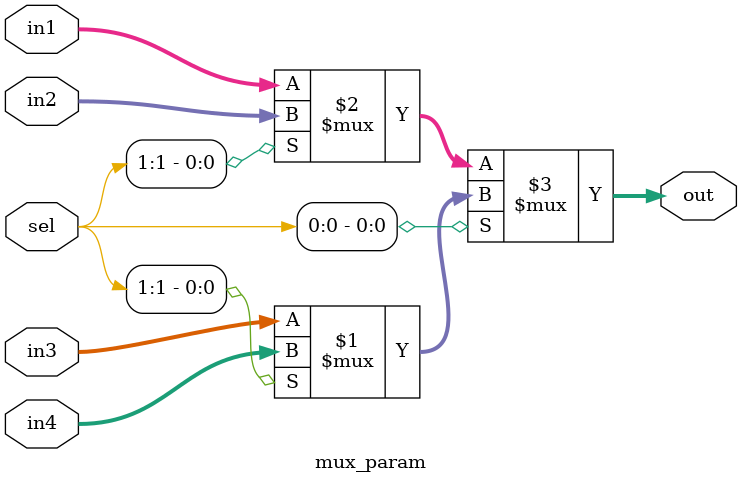
<source format=v>
module mux_param #(parameter size=16)(
	input [1:0] sel,
	input [size-1:0] in1, in2, in3, in4,
	output [size-1:0] out
	);
	
	assign out = sel[0]? (sel[1]? in4 : in3) : (sel[1]? in2 : in1);
	

endmodule	

</source>
